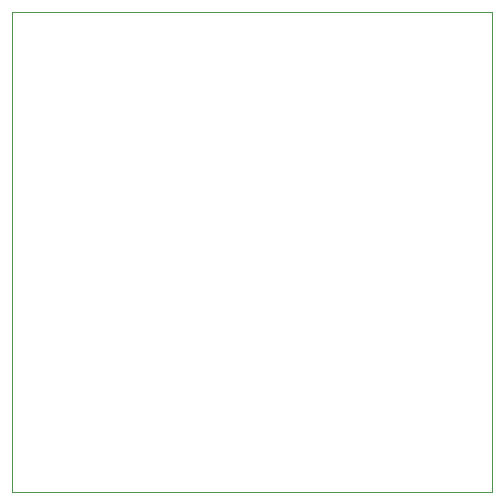
<source format=gm1>
G04 #@! TF.GenerationSoftware,KiCad,Pcbnew,7.0.11-2.fc39*
G04 #@! TF.CreationDate,2024-03-24T03:41:50+08:00*
G04 #@! TF.ProjectId,ikoka-nano-meshtastic-device,696b6f6b-612d-46e6-916e-6f2d6d657368,1.1*
G04 #@! TF.SameCoordinates,Original*
G04 #@! TF.FileFunction,Profile,NP*
%FSLAX46Y46*%
G04 Gerber Fmt 4.6, Leading zero omitted, Abs format (unit mm)*
G04 Created by KiCad (PCBNEW 7.0.11-2.fc39) date 2024-03-24 03:41:50*
%MOMM*%
%LPD*%
G01*
G04 APERTURE LIST*
G04 #@! TA.AperFunction,Profile*
%ADD10C,0.001000*%
G04 #@! TD*
G04 APERTURE END LIST*
D10*
X132080000Y-81280000D02*
X172720000Y-81280000D01*
X172720000Y-121920000D01*
X132080000Y-121920000D01*
X132080000Y-81280000D01*
M02*

</source>
